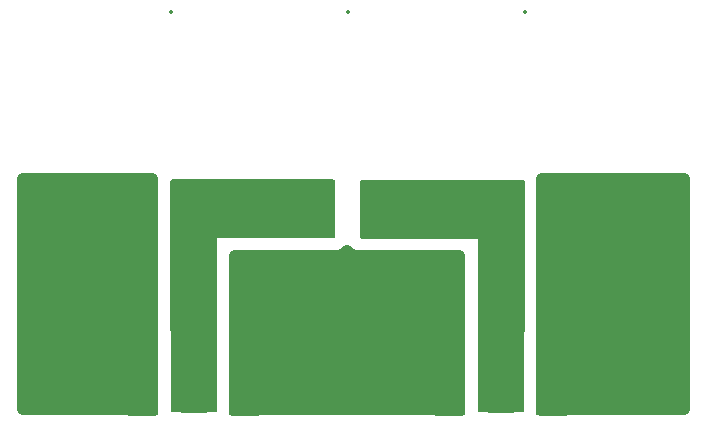
<source format=gbr>
%TF.GenerationSoftware,KiCad,Pcbnew,(5.1.4)-1*%
%TF.CreationDate,2021-01-21T23:44:22+08:00*%
%TF.ProjectId,Attenuator,41747465-6e75-4617-946f-722e6b696361,rev?*%
%TF.SameCoordinates,Original*%
%TF.FileFunction,Copper,L1,Top*%
%TF.FilePolarity,Positive*%
%FSLAX46Y46*%
G04 Gerber Fmt 4.6, Leading zero omitted, Abs format (unit mm)*
G04 Created by KiCad (PCBNEW (5.1.4)-1) date 2021-01-21 23:44:22*
%MOMM*%
%LPD*%
G04 APERTURE LIST*
%ADD10R,3.000000X5.000000*%
%ADD11R,9.000000X10.000000*%
%ADD12C,0.800000*%
%ADD13R,2.290000X5.080000*%
%ADD14R,0.460000X0.890000*%
%ADD15R,2.420000X5.080000*%
%ADD16R,4.000000X7.500000*%
%ADD17R,5.000000X7.500000*%
%ADD18C,6.000000*%
%ADD19C,1.200000*%
%ADD20C,0.500000*%
%ADD21C,0.254000*%
%ADD22C,1.000000*%
%ADD23C,0.350000*%
G04 APERTURE END LIST*
D10*
X80080000Y-25500000D03*
X75000000Y-25500000D03*
X65080000Y-25500000D03*
X60000000Y-25500000D03*
X50080000Y-25500000D03*
X45000000Y-25500000D03*
D11*
X57000000Y-38000000D03*
X42000000Y-38000000D03*
D12*
X38300000Y-36920000D03*
X38300000Y-34380000D03*
X38300000Y-39460000D03*
X38300000Y-42000000D03*
X39900000Y-36920000D03*
X41700000Y-42000000D03*
X41700000Y-39460000D03*
X41700000Y-34380000D03*
X41700000Y-36920000D03*
X39900000Y-39460000D03*
X39900000Y-42000000D03*
X39900000Y-34380000D03*
X43500000Y-36920000D03*
X43500000Y-34380000D03*
X43500000Y-39460000D03*
X43500000Y-42000000D03*
X45300000Y-42000000D03*
X45300000Y-36920000D03*
X45300000Y-39460000D03*
X45300000Y-34380000D03*
X53500000Y-36920000D03*
X53500000Y-34380000D03*
X53500000Y-39460000D03*
X53500000Y-42000000D03*
X55100000Y-36920000D03*
X56900000Y-42000000D03*
X56900000Y-39460000D03*
X56900000Y-34380000D03*
X56900000Y-36920000D03*
X55100000Y-39460000D03*
X55100000Y-42000000D03*
X55100000Y-34380000D03*
X58700000Y-36920000D03*
X58700000Y-34380000D03*
X58700000Y-39460000D03*
X58700000Y-42000000D03*
X60500000Y-42000000D03*
X60500000Y-36920000D03*
X60500000Y-39460000D03*
X60500000Y-34380000D03*
D13*
X49500000Y-40220000D03*
D14*
X53880000Y-37230000D03*
D15*
X53880000Y-40500000D03*
D14*
X45120000Y-37500000D03*
D15*
X45120000Y-40500000D03*
D16*
X49500000Y-39000000D03*
D17*
X59000000Y-39250000D03*
X40000000Y-39250000D03*
D11*
X83000000Y-38000000D03*
X68000000Y-38000000D03*
D12*
X64300000Y-36920000D03*
X64300000Y-34380000D03*
X64300000Y-39460000D03*
X64300000Y-42000000D03*
X65900000Y-36920000D03*
X67700000Y-42000000D03*
X67700000Y-39460000D03*
X67700000Y-34380000D03*
X67700000Y-36920000D03*
X65900000Y-39460000D03*
X65900000Y-42000000D03*
X65900000Y-34380000D03*
X69500000Y-36920000D03*
X69500000Y-34380000D03*
X69500000Y-39460000D03*
X69500000Y-42000000D03*
X71300000Y-42000000D03*
X71300000Y-36920000D03*
X71300000Y-39460000D03*
X71300000Y-34380000D03*
X79500000Y-36920000D03*
X79500000Y-34380000D03*
X79500000Y-39460000D03*
X79500000Y-42000000D03*
X81100000Y-36920000D03*
X82900000Y-42000000D03*
X82900000Y-39460000D03*
X82900000Y-34380000D03*
X82900000Y-36920000D03*
X81100000Y-39460000D03*
X81100000Y-42000000D03*
X81100000Y-34380000D03*
X84700000Y-36920000D03*
X84700000Y-34380000D03*
X84700000Y-39460000D03*
X84700000Y-42000000D03*
X86500000Y-42000000D03*
X86500000Y-36920000D03*
X86500000Y-39460000D03*
X86500000Y-34380000D03*
D13*
X75500000Y-40220000D03*
D14*
X79880000Y-37230000D03*
D15*
X79880000Y-40500000D03*
D14*
X71120000Y-37500000D03*
D15*
X71120000Y-40500000D03*
D16*
X75500000Y-39000000D03*
D17*
X85000000Y-39250000D03*
X66000000Y-39250000D03*
D12*
X90056810Y-26312500D03*
X90056810Y-28687500D03*
X88000000Y-29875000D03*
X85943190Y-28687500D03*
X85943190Y-26312500D03*
X88000000Y-25125000D03*
D18*
X88000000Y-27500000D03*
D12*
X40056810Y-26312500D03*
X40056810Y-28687500D03*
X38000000Y-29875000D03*
X35943190Y-28687500D03*
X35943190Y-26312500D03*
X38000000Y-25125000D03*
D18*
X38000000Y-27500000D03*
D19*
X83250000Y-42250000D03*
X83250000Y-34250000D03*
X41750000Y-34250000D03*
X41750000Y-42000000D03*
D20*
G36*
X61250000Y-27750000D02*
G01*
X51500000Y-27750000D01*
X51451227Y-27754804D01*
X51404329Y-27769030D01*
X51361107Y-27792133D01*
X51323223Y-27823223D01*
X51292133Y-27861107D01*
X51269030Y-27904329D01*
X51254804Y-27951227D01*
X51250000Y-28000000D01*
X51250000Y-32938595D01*
X51243952Y-33000000D01*
X51243952Y-35750000D01*
X47756048Y-35750000D01*
X47756048Y-33000000D01*
X47750000Y-32938595D01*
X47750000Y-28061405D01*
X47756048Y-28000000D01*
X47756048Y-23275000D01*
X61250000Y-23275000D01*
X61250000Y-27750000D01*
X61250000Y-27750000D01*
G37*
X61250000Y-27750000D02*
X51500000Y-27750000D01*
X51451227Y-27754804D01*
X51404329Y-27769030D01*
X51361107Y-27792133D01*
X51323223Y-27823223D01*
X51292133Y-27861107D01*
X51269030Y-27904329D01*
X51254804Y-27951227D01*
X51250000Y-28000000D01*
X51250000Y-32938595D01*
X51243952Y-33000000D01*
X51243952Y-35750000D01*
X47756048Y-35750000D01*
X47756048Y-33000000D01*
X47750000Y-32938595D01*
X47750000Y-28061405D01*
X47756048Y-28000000D01*
X47756048Y-23275000D01*
X61250000Y-23275000D01*
X61250000Y-27750000D01*
D21*
G36*
X77373000Y-32944635D02*
G01*
X77367547Y-33000000D01*
X77367547Y-35873000D01*
X73632453Y-35873000D01*
X73632453Y-33000000D01*
X73627000Y-32944635D01*
X73627000Y-28000000D01*
X73624560Y-27975224D01*
X73617333Y-27951399D01*
X73605597Y-27929443D01*
X73589803Y-27910197D01*
X73570557Y-27894403D01*
X73548601Y-27882667D01*
X73524776Y-27875440D01*
X73500000Y-27873000D01*
X63627000Y-27873000D01*
X63627000Y-23152000D01*
X77373000Y-23152000D01*
X77373000Y-32944635D01*
X77373000Y-32944635D01*
G37*
X77373000Y-32944635D02*
X77367547Y-33000000D01*
X77367547Y-35873000D01*
X73632453Y-35873000D01*
X73632453Y-33000000D01*
X73627000Y-32944635D01*
X73627000Y-28000000D01*
X73624560Y-27975224D01*
X73617333Y-27951399D01*
X73605597Y-27929443D01*
X73589803Y-27910197D01*
X73570557Y-27894403D01*
X73548601Y-27882667D01*
X73524776Y-27875440D01*
X73500000Y-27873000D01*
X63627000Y-27873000D01*
X63627000Y-23152000D01*
X77373000Y-23152000D01*
X77373000Y-32944635D01*
D22*
G36*
X46000000Y-42475000D02*
G01*
X35025000Y-42475000D01*
X35025000Y-23025000D01*
X46000000Y-23025000D01*
X46000000Y-42475000D01*
X46000000Y-42475000D01*
G37*
X46000000Y-42475000D02*
X35025000Y-42475000D01*
X35025000Y-23025000D01*
X46000000Y-23025000D01*
X46000000Y-42475000D01*
G36*
X62666645Y-29247204D02*
G01*
X62925975Y-29385819D01*
X63207365Y-29471178D01*
X63500000Y-29500000D01*
X72000000Y-29500000D01*
X72000000Y-42475000D01*
X53000000Y-42475000D01*
X53000000Y-29500000D01*
X61500000Y-29500000D01*
X61792635Y-29471178D01*
X62074025Y-29385819D01*
X62333355Y-29247204D01*
X62500000Y-29110442D01*
X62666645Y-29247204D01*
X62666645Y-29247204D01*
G37*
X62666645Y-29247204D02*
X62925975Y-29385819D01*
X63207365Y-29471178D01*
X63500000Y-29500000D01*
X72000000Y-29500000D01*
X72000000Y-42475000D01*
X53000000Y-42475000D01*
X53000000Y-29500000D01*
X61500000Y-29500000D01*
X61792635Y-29471178D01*
X62074025Y-29385819D01*
X62333355Y-29247204D01*
X62500000Y-29110442D01*
X62666645Y-29247204D01*
G36*
X90975001Y-42475000D02*
G01*
X79000000Y-42475000D01*
X79000000Y-23025000D01*
X90975000Y-23025000D01*
X90975001Y-42475000D01*
X90975001Y-42475000D01*
G37*
X90975001Y-42475000D02*
X79000000Y-42475000D01*
X79000000Y-23025000D01*
X90975000Y-23025000D01*
X90975001Y-42475000D01*
D23*
X83250000Y-42250000D03*
X83250000Y-34250000D03*
X41750000Y-34250000D03*
X41750000Y-42000000D03*
X77540000Y-8840000D03*
X62540000Y-8840000D03*
X47540000Y-8840000D03*
X38300000Y-36920000D03*
X38300000Y-34380000D03*
X38300000Y-39460000D03*
X38300000Y-42000000D03*
X39900000Y-36920000D03*
X41700000Y-42000000D03*
X41700000Y-39460000D03*
X41700000Y-34380000D03*
X41700000Y-36920000D03*
X39900000Y-39460000D03*
X39900000Y-42000000D03*
X39900000Y-34380000D03*
X43500000Y-36920000D03*
X43500000Y-34380000D03*
X43500000Y-39460000D03*
X43500000Y-42000000D03*
X45300000Y-42000000D03*
X45300000Y-36920000D03*
X45300000Y-39460000D03*
X45300000Y-34380000D03*
X53500000Y-36920000D03*
X53500000Y-34380000D03*
X53500000Y-39460000D03*
X53500000Y-42000000D03*
X55100000Y-36920000D03*
X56900000Y-42000000D03*
X56900000Y-39460000D03*
X56900000Y-34380000D03*
X56900000Y-36920000D03*
X55100000Y-39460000D03*
X55100000Y-42000000D03*
X55100000Y-34380000D03*
X58700000Y-36920000D03*
X58700000Y-34380000D03*
X58700000Y-39460000D03*
X58700000Y-42000000D03*
X60500000Y-42000000D03*
X60500000Y-36920000D03*
X60500000Y-39460000D03*
X60500000Y-34380000D03*
X64300000Y-36920000D03*
X64300000Y-34380000D03*
X64300000Y-39460000D03*
X64300000Y-42000000D03*
X65900000Y-36920000D03*
X67700000Y-42000000D03*
X67700000Y-39460000D03*
X67700000Y-34380000D03*
X67700000Y-36920000D03*
X65900000Y-39460000D03*
X65900000Y-42000000D03*
X65900000Y-34380000D03*
X69500000Y-36920000D03*
X69500000Y-34380000D03*
X69500000Y-39460000D03*
X69500000Y-42000000D03*
X71300000Y-42000000D03*
X71300000Y-36920000D03*
X71300000Y-39460000D03*
X71300000Y-34380000D03*
X79500000Y-36920000D03*
X79500000Y-34380000D03*
X79500000Y-39460000D03*
X79500000Y-42000000D03*
X81100000Y-36920000D03*
X82900000Y-42000000D03*
X82900000Y-39460000D03*
X82900000Y-34380000D03*
X82900000Y-36920000D03*
X81100000Y-39460000D03*
X81100000Y-42000000D03*
X81100000Y-34380000D03*
X84700000Y-36920000D03*
X84700000Y-34380000D03*
X84700000Y-39460000D03*
X84700000Y-42000000D03*
X86500000Y-42000000D03*
X86500000Y-36920000D03*
X86500000Y-39460000D03*
X86500000Y-34380000D03*
X90056810Y-26312500D03*
X90056810Y-28687500D03*
X88000000Y-29875000D03*
X85943190Y-28687500D03*
X85943190Y-26312500D03*
X88000000Y-25125000D03*
X88000000Y-27500000D03*
X40056810Y-26312500D03*
X40056810Y-28687500D03*
X38000000Y-29875000D03*
X35943190Y-28687500D03*
X35943190Y-26312500D03*
X38000000Y-25125000D03*
X38000000Y-27500000D03*
M02*

</source>
